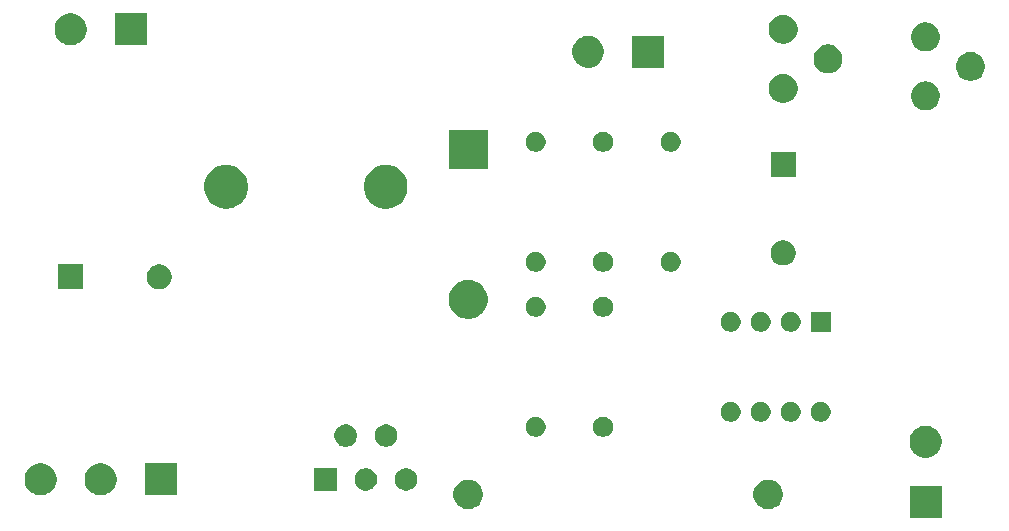
<source format=gbr>
%TF.GenerationSoftware,KiCad,Pcbnew,(5.1.6)-1*%
%TF.CreationDate,2020-10-20T19:44:27+02:00*%
%TF.ProjectId,smps,736d7073-2e6b-4696-9361-645f70636258,rev?*%
%TF.SameCoordinates,PX5734380PY525bfc0*%
%TF.FileFunction,Soldermask,Bot*%
%TF.FilePolarity,Negative*%
%FSLAX46Y46*%
G04 Gerber Fmt 4.6, Leading zero omitted, Abs format (unit mm)*
G04 Created by KiCad (PCBNEW (5.1.6)-1) date 2020-10-20 19:44:27*
%MOMM*%
%LPD*%
G01*
G04 APERTURE LIST*
%ADD10C,0.100000*%
G04 APERTURE END LIST*
D10*
G36*
X81361000Y3729000D02*
G01*
X78659000Y3729000D01*
X78659000Y6431000D01*
X81361000Y6431000D01*
X81361000Y3729000D01*
G37*
G36*
X67039903Y6917925D02*
G01*
X67199213Y6851937D01*
X67267571Y6823622D01*
X67472466Y6686715D01*
X67646715Y6512466D01*
X67783622Y6307571D01*
X67877925Y6079903D01*
X67926000Y5838213D01*
X67926000Y5591787D01*
X67877925Y5350097D01*
X67783622Y5122429D01*
X67646715Y4917534D01*
X67472466Y4743285D01*
X67267571Y4606378D01*
X67267570Y4606377D01*
X67267569Y4606377D01*
X67039903Y4512075D01*
X66798214Y4464000D01*
X66551786Y4464000D01*
X66310097Y4512075D01*
X66082431Y4606377D01*
X66082430Y4606377D01*
X66082429Y4606378D01*
X65877534Y4743285D01*
X65703285Y4917534D01*
X65566378Y5122429D01*
X65472075Y5350097D01*
X65424000Y5591787D01*
X65424000Y5838213D01*
X65472075Y6079903D01*
X65566378Y6307571D01*
X65703285Y6512466D01*
X65877534Y6686715D01*
X66082429Y6823622D01*
X66150788Y6851937D01*
X66310097Y6917925D01*
X66551786Y6966000D01*
X66798214Y6966000D01*
X67039903Y6917925D01*
G37*
G36*
X41639903Y6917925D02*
G01*
X41799213Y6851937D01*
X41867571Y6823622D01*
X42072466Y6686715D01*
X42246715Y6512466D01*
X42383622Y6307571D01*
X42477925Y6079903D01*
X42526000Y5838213D01*
X42526000Y5591787D01*
X42477925Y5350097D01*
X42383622Y5122429D01*
X42246715Y4917534D01*
X42072466Y4743285D01*
X41867571Y4606378D01*
X41867570Y4606377D01*
X41867569Y4606377D01*
X41639903Y4512075D01*
X41398214Y4464000D01*
X41151786Y4464000D01*
X40910097Y4512075D01*
X40682431Y4606377D01*
X40682430Y4606377D01*
X40682429Y4606378D01*
X40477534Y4743285D01*
X40303285Y4917534D01*
X40166378Y5122429D01*
X40072075Y5350097D01*
X40024000Y5591787D01*
X40024000Y5838213D01*
X40072075Y6079903D01*
X40166378Y6307571D01*
X40303285Y6512466D01*
X40477534Y6686715D01*
X40682429Y6823622D01*
X40750788Y6851937D01*
X40910097Y6917925D01*
X41151786Y6966000D01*
X41398214Y6966000D01*
X41639903Y6917925D01*
G37*
G36*
X5474072Y8284082D02*
G01*
X5719939Y8182241D01*
X5831328Y8107813D01*
X5941211Y8034391D01*
X6129391Y7846211D01*
X6141716Y7827765D01*
X6211257Y7723691D01*
X6277242Y7624937D01*
X6379082Y7379072D01*
X6431000Y7118063D01*
X6431000Y6851937D01*
X6402290Y6707604D01*
X6379082Y6590928D01*
X6277241Y6345061D01*
X6202813Y6233672D01*
X6141716Y6142234D01*
X6129390Y6123788D01*
X5941212Y5935610D01*
X5719939Y5787759D01*
X5719938Y5787758D01*
X5719937Y5787758D01*
X5474072Y5685918D01*
X5213063Y5634000D01*
X4946937Y5634000D01*
X4685928Y5685918D01*
X4440063Y5787758D01*
X4440062Y5787758D01*
X4440061Y5787759D01*
X4218788Y5935610D01*
X4030610Y6123788D01*
X4018285Y6142234D01*
X3957187Y6233672D01*
X3882759Y6345061D01*
X3780918Y6590928D01*
X3757710Y6707604D01*
X3729000Y6851937D01*
X3729000Y7118063D01*
X3780918Y7379072D01*
X3882758Y7624937D01*
X3948744Y7723691D01*
X4018284Y7827765D01*
X4030609Y7846211D01*
X4218789Y8034391D01*
X4328672Y8107813D01*
X4440061Y8182241D01*
X4685928Y8284082D01*
X4946937Y8336000D01*
X5213063Y8336000D01*
X5474072Y8284082D01*
G37*
G36*
X16591000Y5634000D02*
G01*
X13889000Y5634000D01*
X13889000Y8336000D01*
X16591000Y8336000D01*
X16591000Y5634000D01*
G37*
G36*
X10554072Y8284082D02*
G01*
X10799939Y8182241D01*
X10911328Y8107813D01*
X11021211Y8034391D01*
X11209391Y7846211D01*
X11221716Y7827765D01*
X11291257Y7723691D01*
X11357242Y7624937D01*
X11459082Y7379072D01*
X11511000Y7118063D01*
X11511000Y6851937D01*
X11482290Y6707604D01*
X11459082Y6590928D01*
X11357241Y6345061D01*
X11282813Y6233672D01*
X11221716Y6142234D01*
X11209390Y6123788D01*
X11021212Y5935610D01*
X10799939Y5787759D01*
X10799938Y5787758D01*
X10799937Y5787758D01*
X10554072Y5685918D01*
X10293063Y5634000D01*
X10026937Y5634000D01*
X9765928Y5685918D01*
X9520063Y5787758D01*
X9520062Y5787758D01*
X9520061Y5787759D01*
X9298788Y5935610D01*
X9110610Y6123788D01*
X9098285Y6142234D01*
X9037187Y6233672D01*
X8962759Y6345061D01*
X8860918Y6590928D01*
X8837710Y6707604D01*
X8809000Y6851937D01*
X8809000Y7118063D01*
X8860918Y7379072D01*
X8962758Y7624937D01*
X9028744Y7723691D01*
X9098284Y7827765D01*
X9110609Y7846211D01*
X9298789Y8034391D01*
X9408672Y8107813D01*
X9520061Y8182241D01*
X9765928Y8284082D01*
X10026937Y8336000D01*
X10293063Y8336000D01*
X10554072Y8284082D01*
G37*
G36*
X30161000Y6034000D02*
G01*
X28259000Y6034000D01*
X28259000Y7936000D01*
X30161000Y7936000D01*
X30161000Y6034000D01*
G37*
G36*
X32887395Y7899454D02*
G01*
X33060466Y7827766D01*
X33060467Y7827765D01*
X33216227Y7723690D01*
X33348690Y7591227D01*
X33348691Y7591225D01*
X33452766Y7435466D01*
X33524454Y7262395D01*
X33561000Y7078667D01*
X33561000Y6891333D01*
X33524454Y6707605D01*
X33452766Y6534534D01*
X33438019Y6512464D01*
X33348690Y6378773D01*
X33216227Y6246310D01*
X33137818Y6193919D01*
X33060466Y6142234D01*
X32887395Y6070546D01*
X32703667Y6034000D01*
X32516333Y6034000D01*
X32332605Y6070546D01*
X32159534Y6142234D01*
X32082182Y6193919D01*
X32003773Y6246310D01*
X31871310Y6378773D01*
X31781981Y6512464D01*
X31767234Y6534534D01*
X31695546Y6707605D01*
X31659000Y6891333D01*
X31659000Y7078667D01*
X31695546Y7262395D01*
X31767234Y7435466D01*
X31871309Y7591225D01*
X31871310Y7591227D01*
X32003773Y7723690D01*
X32159533Y7827765D01*
X32159534Y7827766D01*
X32332605Y7899454D01*
X32516333Y7936000D01*
X32703667Y7936000D01*
X32887395Y7899454D01*
G37*
G36*
X36287395Y7899454D02*
G01*
X36460466Y7827766D01*
X36460467Y7827765D01*
X36616227Y7723690D01*
X36748690Y7591227D01*
X36748691Y7591225D01*
X36852766Y7435466D01*
X36924454Y7262395D01*
X36961000Y7078667D01*
X36961000Y6891333D01*
X36924454Y6707605D01*
X36852766Y6534534D01*
X36838019Y6512464D01*
X36748690Y6378773D01*
X36616227Y6246310D01*
X36537818Y6193919D01*
X36460466Y6142234D01*
X36287395Y6070546D01*
X36103667Y6034000D01*
X35916333Y6034000D01*
X35732605Y6070546D01*
X35559534Y6142234D01*
X35482182Y6193919D01*
X35403773Y6246310D01*
X35271310Y6378773D01*
X35181981Y6512464D01*
X35167234Y6534534D01*
X35095546Y6707605D01*
X35059000Y6891333D01*
X35059000Y7078667D01*
X35095546Y7262395D01*
X35167234Y7435466D01*
X35271309Y7591225D01*
X35271310Y7591227D01*
X35403773Y7723690D01*
X35559533Y7827765D01*
X35559534Y7827766D01*
X35732605Y7899454D01*
X35916333Y7936000D01*
X36103667Y7936000D01*
X36287395Y7899454D01*
G37*
G36*
X80404072Y11459082D02*
G01*
X80649939Y11357241D01*
X80871212Y11209390D01*
X81059390Y11021212D01*
X81207241Y10799939D01*
X81309082Y10554072D01*
X81361000Y10293062D01*
X81361000Y10026938D01*
X81309082Y9765928D01*
X81207241Y9520061D01*
X81059390Y9298788D01*
X80871212Y9110610D01*
X80649939Y8962759D01*
X80649938Y8962758D01*
X80649937Y8962758D01*
X80404072Y8860918D01*
X80143063Y8809000D01*
X79876937Y8809000D01*
X79615928Y8860918D01*
X79370063Y8962758D01*
X79370062Y8962758D01*
X79370061Y8962759D01*
X79148788Y9110610D01*
X78960610Y9298788D01*
X78812759Y9520061D01*
X78710918Y9765928D01*
X78659000Y10026938D01*
X78659000Y10293062D01*
X78710918Y10554072D01*
X78812759Y10799939D01*
X78960610Y11021212D01*
X79148788Y11209390D01*
X79370061Y11357241D01*
X79615928Y11459082D01*
X79876937Y11511000D01*
X80143063Y11511000D01*
X80404072Y11459082D01*
G37*
G36*
X31187395Y11599454D02*
G01*
X31360466Y11527766D01*
X31381345Y11513815D01*
X31516227Y11423690D01*
X31648690Y11291227D01*
X31648691Y11291225D01*
X31752766Y11135466D01*
X31824454Y10962395D01*
X31861000Y10778667D01*
X31861000Y10591333D01*
X31824454Y10407605D01*
X31752766Y10234534D01*
X31752765Y10234533D01*
X31648690Y10078773D01*
X31516227Y9946310D01*
X31437818Y9893919D01*
X31360466Y9842234D01*
X31187395Y9770546D01*
X31003667Y9734000D01*
X30816333Y9734000D01*
X30632605Y9770546D01*
X30459534Y9842234D01*
X30382182Y9893919D01*
X30303773Y9946310D01*
X30171310Y10078773D01*
X30067235Y10234533D01*
X30067234Y10234534D01*
X29995546Y10407605D01*
X29959000Y10591333D01*
X29959000Y10778667D01*
X29995546Y10962395D01*
X30067234Y11135466D01*
X30171309Y11291225D01*
X30171310Y11291227D01*
X30303773Y11423690D01*
X30438655Y11513815D01*
X30459534Y11527766D01*
X30632605Y11599454D01*
X30816333Y11636000D01*
X31003667Y11636000D01*
X31187395Y11599454D01*
G37*
G36*
X34587395Y11599454D02*
G01*
X34760466Y11527766D01*
X34781345Y11513815D01*
X34916227Y11423690D01*
X35048690Y11291227D01*
X35048691Y11291225D01*
X35152766Y11135466D01*
X35224454Y10962395D01*
X35261000Y10778667D01*
X35261000Y10591333D01*
X35224454Y10407605D01*
X35152766Y10234534D01*
X35152765Y10234533D01*
X35048690Y10078773D01*
X34916227Y9946310D01*
X34837818Y9893919D01*
X34760466Y9842234D01*
X34587395Y9770546D01*
X34403667Y9734000D01*
X34216333Y9734000D01*
X34032605Y9770546D01*
X33859534Y9842234D01*
X33782182Y9893919D01*
X33703773Y9946310D01*
X33571310Y10078773D01*
X33467235Y10234533D01*
X33467234Y10234534D01*
X33395546Y10407605D01*
X33359000Y10591333D01*
X33359000Y10778667D01*
X33395546Y10962395D01*
X33467234Y11135466D01*
X33571309Y11291225D01*
X33571310Y11291227D01*
X33703773Y11423690D01*
X33838655Y11513815D01*
X33859534Y11527766D01*
X34032605Y11599454D01*
X34216333Y11636000D01*
X34403667Y11636000D01*
X34587395Y11599454D01*
G37*
G36*
X52953228Y12248297D02*
G01*
X53108100Y12184147D01*
X53247481Y12091015D01*
X53366015Y11972481D01*
X53459147Y11833100D01*
X53523297Y11678228D01*
X53556000Y11513816D01*
X53556000Y11346184D01*
X53523297Y11181772D01*
X53459147Y11026900D01*
X53366015Y10887519D01*
X53247481Y10768985D01*
X53108100Y10675853D01*
X52953228Y10611703D01*
X52788816Y10579000D01*
X52621184Y10579000D01*
X52456772Y10611703D01*
X52301900Y10675853D01*
X52162519Y10768985D01*
X52043985Y10887519D01*
X51950853Y11026900D01*
X51886703Y11181772D01*
X51854000Y11346184D01*
X51854000Y11513816D01*
X51886703Y11678228D01*
X51950853Y11833100D01*
X52043985Y11972481D01*
X52162519Y12091015D01*
X52301900Y12184147D01*
X52456772Y12248297D01*
X52621184Y12281000D01*
X52788816Y12281000D01*
X52953228Y12248297D01*
G37*
G36*
X47238228Y12248297D02*
G01*
X47393100Y12184147D01*
X47532481Y12091015D01*
X47651015Y11972481D01*
X47744147Y11833100D01*
X47808297Y11678228D01*
X47841000Y11513816D01*
X47841000Y11346184D01*
X47808297Y11181772D01*
X47744147Y11026900D01*
X47651015Y10887519D01*
X47532481Y10768985D01*
X47393100Y10675853D01*
X47238228Y10611703D01*
X47073816Y10579000D01*
X46906184Y10579000D01*
X46741772Y10611703D01*
X46586900Y10675853D01*
X46447519Y10768985D01*
X46328985Y10887519D01*
X46235853Y11026900D01*
X46171703Y11181772D01*
X46139000Y11346184D01*
X46139000Y11513816D01*
X46171703Y11678228D01*
X46235853Y11833100D01*
X46328985Y11972481D01*
X46447519Y12091015D01*
X46586900Y12184147D01*
X46741772Y12248297D01*
X46906184Y12281000D01*
X47073816Y12281000D01*
X47238228Y12248297D01*
G37*
G36*
X66288228Y13518297D02*
G01*
X66443100Y13454147D01*
X66582481Y13361015D01*
X66701015Y13242481D01*
X66794147Y13103100D01*
X66858297Y12948228D01*
X66891000Y12783816D01*
X66891000Y12616184D01*
X66858297Y12451772D01*
X66794147Y12296900D01*
X66701015Y12157519D01*
X66582481Y12038985D01*
X66443100Y11945853D01*
X66288228Y11881703D01*
X66123816Y11849000D01*
X65956184Y11849000D01*
X65791772Y11881703D01*
X65636900Y11945853D01*
X65497519Y12038985D01*
X65378985Y12157519D01*
X65285853Y12296900D01*
X65221703Y12451772D01*
X65189000Y12616184D01*
X65189000Y12783816D01*
X65221703Y12948228D01*
X65285853Y13103100D01*
X65378985Y13242481D01*
X65497519Y13361015D01*
X65636900Y13454147D01*
X65791772Y13518297D01*
X65956184Y13551000D01*
X66123816Y13551000D01*
X66288228Y13518297D01*
G37*
G36*
X71368228Y13518297D02*
G01*
X71523100Y13454147D01*
X71662481Y13361015D01*
X71781015Y13242481D01*
X71874147Y13103100D01*
X71938297Y12948228D01*
X71971000Y12783816D01*
X71971000Y12616184D01*
X71938297Y12451772D01*
X71874147Y12296900D01*
X71781015Y12157519D01*
X71662481Y12038985D01*
X71523100Y11945853D01*
X71368228Y11881703D01*
X71203816Y11849000D01*
X71036184Y11849000D01*
X70871772Y11881703D01*
X70716900Y11945853D01*
X70577519Y12038985D01*
X70458985Y12157519D01*
X70365853Y12296900D01*
X70301703Y12451772D01*
X70269000Y12616184D01*
X70269000Y12783816D01*
X70301703Y12948228D01*
X70365853Y13103100D01*
X70458985Y13242481D01*
X70577519Y13361015D01*
X70716900Y13454147D01*
X70871772Y13518297D01*
X71036184Y13551000D01*
X71203816Y13551000D01*
X71368228Y13518297D01*
G37*
G36*
X68828228Y13518297D02*
G01*
X68983100Y13454147D01*
X69122481Y13361015D01*
X69241015Y13242481D01*
X69334147Y13103100D01*
X69398297Y12948228D01*
X69431000Y12783816D01*
X69431000Y12616184D01*
X69398297Y12451772D01*
X69334147Y12296900D01*
X69241015Y12157519D01*
X69122481Y12038985D01*
X68983100Y11945853D01*
X68828228Y11881703D01*
X68663816Y11849000D01*
X68496184Y11849000D01*
X68331772Y11881703D01*
X68176900Y11945853D01*
X68037519Y12038985D01*
X67918985Y12157519D01*
X67825853Y12296900D01*
X67761703Y12451772D01*
X67729000Y12616184D01*
X67729000Y12783816D01*
X67761703Y12948228D01*
X67825853Y13103100D01*
X67918985Y13242481D01*
X68037519Y13361015D01*
X68176900Y13454147D01*
X68331772Y13518297D01*
X68496184Y13551000D01*
X68663816Y13551000D01*
X68828228Y13518297D01*
G37*
G36*
X63748228Y13518297D02*
G01*
X63903100Y13454147D01*
X64042481Y13361015D01*
X64161015Y13242481D01*
X64254147Y13103100D01*
X64318297Y12948228D01*
X64351000Y12783816D01*
X64351000Y12616184D01*
X64318297Y12451772D01*
X64254147Y12296900D01*
X64161015Y12157519D01*
X64042481Y12038985D01*
X63903100Y11945853D01*
X63748228Y11881703D01*
X63583816Y11849000D01*
X63416184Y11849000D01*
X63251772Y11881703D01*
X63096900Y11945853D01*
X62957519Y12038985D01*
X62838985Y12157519D01*
X62745853Y12296900D01*
X62681703Y12451772D01*
X62649000Y12616184D01*
X62649000Y12783816D01*
X62681703Y12948228D01*
X62745853Y13103100D01*
X62838985Y13242481D01*
X62957519Y13361015D01*
X63096900Y13454147D01*
X63251772Y13518297D01*
X63416184Y13551000D01*
X63583816Y13551000D01*
X63748228Y13518297D01*
G37*
G36*
X63748228Y21138297D02*
G01*
X63903100Y21074147D01*
X64042481Y20981015D01*
X64161015Y20862481D01*
X64254147Y20723100D01*
X64318297Y20568228D01*
X64351000Y20403816D01*
X64351000Y20236184D01*
X64318297Y20071772D01*
X64254147Y19916900D01*
X64161015Y19777519D01*
X64042481Y19658985D01*
X63903100Y19565853D01*
X63748228Y19501703D01*
X63583816Y19469000D01*
X63416184Y19469000D01*
X63251772Y19501703D01*
X63096900Y19565853D01*
X62957519Y19658985D01*
X62838985Y19777519D01*
X62745853Y19916900D01*
X62681703Y20071772D01*
X62649000Y20236184D01*
X62649000Y20403816D01*
X62681703Y20568228D01*
X62745853Y20723100D01*
X62838985Y20862481D01*
X62957519Y20981015D01*
X63096900Y21074147D01*
X63251772Y21138297D01*
X63416184Y21171000D01*
X63583816Y21171000D01*
X63748228Y21138297D01*
G37*
G36*
X66288228Y21138297D02*
G01*
X66443100Y21074147D01*
X66582481Y20981015D01*
X66701015Y20862481D01*
X66794147Y20723100D01*
X66858297Y20568228D01*
X66891000Y20403816D01*
X66891000Y20236184D01*
X66858297Y20071772D01*
X66794147Y19916900D01*
X66701015Y19777519D01*
X66582481Y19658985D01*
X66443100Y19565853D01*
X66288228Y19501703D01*
X66123816Y19469000D01*
X65956184Y19469000D01*
X65791772Y19501703D01*
X65636900Y19565853D01*
X65497519Y19658985D01*
X65378985Y19777519D01*
X65285853Y19916900D01*
X65221703Y20071772D01*
X65189000Y20236184D01*
X65189000Y20403816D01*
X65221703Y20568228D01*
X65285853Y20723100D01*
X65378985Y20862481D01*
X65497519Y20981015D01*
X65636900Y21074147D01*
X65791772Y21138297D01*
X65956184Y21171000D01*
X66123816Y21171000D01*
X66288228Y21138297D01*
G37*
G36*
X68828228Y21138297D02*
G01*
X68983100Y21074147D01*
X69122481Y20981015D01*
X69241015Y20862481D01*
X69334147Y20723100D01*
X69398297Y20568228D01*
X69431000Y20403816D01*
X69431000Y20236184D01*
X69398297Y20071772D01*
X69334147Y19916900D01*
X69241015Y19777519D01*
X69122481Y19658985D01*
X68983100Y19565853D01*
X68828228Y19501703D01*
X68663816Y19469000D01*
X68496184Y19469000D01*
X68331772Y19501703D01*
X68176900Y19565853D01*
X68037519Y19658985D01*
X67918985Y19777519D01*
X67825853Y19916900D01*
X67761703Y20071772D01*
X67729000Y20236184D01*
X67729000Y20403816D01*
X67761703Y20568228D01*
X67825853Y20723100D01*
X67918985Y20862481D01*
X68037519Y20981015D01*
X68176900Y21074147D01*
X68331772Y21138297D01*
X68496184Y21171000D01*
X68663816Y21171000D01*
X68828228Y21138297D01*
G37*
G36*
X71971000Y19469000D02*
G01*
X70269000Y19469000D01*
X70269000Y21171000D01*
X71971000Y21171000D01*
X71971000Y19469000D01*
G37*
G36*
X41650256Y23833702D02*
G01*
X41756579Y23812553D01*
X42057042Y23688097D01*
X42327451Y23507415D01*
X42557415Y23277451D01*
X42663028Y23119390D01*
X42738098Y23007040D01*
X42862553Y22706578D01*
X42921886Y22408295D01*
X42926000Y22387609D01*
X42926000Y22062391D01*
X42862553Y21743421D01*
X42738097Y21442958D01*
X42557415Y21172549D01*
X42327451Y20942585D01*
X42057042Y20761903D01*
X41756579Y20637447D01*
X41650256Y20616298D01*
X41437611Y20574000D01*
X41112389Y20574000D01*
X40899744Y20616298D01*
X40793421Y20637447D01*
X40492958Y20761903D01*
X40222549Y20942585D01*
X39992585Y21172549D01*
X39811903Y21442958D01*
X39687447Y21743421D01*
X39624000Y22062391D01*
X39624000Y22387609D01*
X39628115Y22408295D01*
X39687447Y22706578D01*
X39811902Y23007040D01*
X39886972Y23119390D01*
X39992585Y23277451D01*
X40222549Y23507415D01*
X40492958Y23688097D01*
X40793421Y23812553D01*
X40899744Y23833702D01*
X41112389Y23876000D01*
X41437611Y23876000D01*
X41650256Y23833702D01*
G37*
G36*
X47238228Y22408297D02*
G01*
X47393100Y22344147D01*
X47532481Y22251015D01*
X47651015Y22132481D01*
X47744147Y21993100D01*
X47808297Y21838228D01*
X47841000Y21673816D01*
X47841000Y21506184D01*
X47808297Y21341772D01*
X47744147Y21186900D01*
X47651015Y21047519D01*
X47532481Y20928985D01*
X47393100Y20835853D01*
X47238228Y20771703D01*
X47073816Y20739000D01*
X46906184Y20739000D01*
X46741772Y20771703D01*
X46586900Y20835853D01*
X46447519Y20928985D01*
X46328985Y21047519D01*
X46235853Y21186900D01*
X46171703Y21341772D01*
X46139000Y21506184D01*
X46139000Y21673816D01*
X46171703Y21838228D01*
X46235853Y21993100D01*
X46328985Y22132481D01*
X46447519Y22251015D01*
X46586900Y22344147D01*
X46741772Y22408297D01*
X46906184Y22441000D01*
X47073816Y22441000D01*
X47238228Y22408297D01*
G37*
G36*
X52953228Y22408297D02*
G01*
X53108100Y22344147D01*
X53247481Y22251015D01*
X53366015Y22132481D01*
X53459147Y21993100D01*
X53523297Y21838228D01*
X53556000Y21673816D01*
X53556000Y21506184D01*
X53523297Y21341772D01*
X53459147Y21186900D01*
X53366015Y21047519D01*
X53247481Y20928985D01*
X53108100Y20835853D01*
X52953228Y20771703D01*
X52788816Y20739000D01*
X52621184Y20739000D01*
X52456772Y20771703D01*
X52301900Y20835853D01*
X52162519Y20928985D01*
X52043985Y21047519D01*
X51950853Y21186900D01*
X51886703Y21341772D01*
X51854000Y21506184D01*
X51854000Y21673816D01*
X51886703Y21838228D01*
X51950853Y21993100D01*
X52043985Y22132481D01*
X52162519Y22251015D01*
X52301900Y22344147D01*
X52456772Y22408297D01*
X52621184Y22441000D01*
X52788816Y22441000D01*
X52953228Y22408297D01*
G37*
G36*
X8671000Y23079000D02*
G01*
X6569000Y23079000D01*
X6569000Y25181000D01*
X8671000Y25181000D01*
X8671000Y23079000D01*
G37*
G36*
X15426564Y25140611D02*
G01*
X15617833Y25061385D01*
X15617835Y25061384D01*
X15789973Y24946365D01*
X15936365Y24799973D01*
X16039345Y24645853D01*
X16051385Y24627833D01*
X16130611Y24436564D01*
X16171000Y24233516D01*
X16171000Y24026484D01*
X16130611Y23823436D01*
X16126103Y23812553D01*
X16051384Y23632165D01*
X15936365Y23460027D01*
X15789973Y23313635D01*
X15617835Y23198616D01*
X15617834Y23198615D01*
X15617833Y23198615D01*
X15426564Y23119389D01*
X15223516Y23079000D01*
X15016484Y23079000D01*
X14813436Y23119389D01*
X14622167Y23198615D01*
X14622166Y23198615D01*
X14622165Y23198616D01*
X14450027Y23313635D01*
X14303635Y23460027D01*
X14188616Y23632165D01*
X14113897Y23812553D01*
X14109389Y23823436D01*
X14069000Y24026484D01*
X14069000Y24233516D01*
X14109389Y24436564D01*
X14188615Y24627833D01*
X14200656Y24645853D01*
X14303635Y24799973D01*
X14450027Y24946365D01*
X14622165Y25061384D01*
X14622167Y25061385D01*
X14813436Y25140611D01*
X15016484Y25181000D01*
X15223516Y25181000D01*
X15426564Y25140611D01*
G37*
G36*
X52953228Y26218297D02*
G01*
X53108100Y26154147D01*
X53247481Y26061015D01*
X53366015Y25942481D01*
X53459147Y25803100D01*
X53523297Y25648228D01*
X53556000Y25483816D01*
X53556000Y25316184D01*
X53523297Y25151772D01*
X53459147Y24996900D01*
X53366015Y24857519D01*
X53247481Y24738985D01*
X53108100Y24645853D01*
X52953228Y24581703D01*
X52788816Y24549000D01*
X52621184Y24549000D01*
X52456772Y24581703D01*
X52301900Y24645853D01*
X52162519Y24738985D01*
X52043985Y24857519D01*
X51950853Y24996900D01*
X51886703Y25151772D01*
X51854000Y25316184D01*
X51854000Y25483816D01*
X51886703Y25648228D01*
X51950853Y25803100D01*
X52043985Y25942481D01*
X52162519Y26061015D01*
X52301900Y26154147D01*
X52456772Y26218297D01*
X52621184Y26251000D01*
X52788816Y26251000D01*
X52953228Y26218297D01*
G37*
G36*
X58668228Y26218297D02*
G01*
X58823100Y26154147D01*
X58962481Y26061015D01*
X59081015Y25942481D01*
X59174147Y25803100D01*
X59238297Y25648228D01*
X59271000Y25483816D01*
X59271000Y25316184D01*
X59238297Y25151772D01*
X59174147Y24996900D01*
X59081015Y24857519D01*
X58962481Y24738985D01*
X58823100Y24645853D01*
X58668228Y24581703D01*
X58503816Y24549000D01*
X58336184Y24549000D01*
X58171772Y24581703D01*
X58016900Y24645853D01*
X57877519Y24738985D01*
X57758985Y24857519D01*
X57665853Y24996900D01*
X57601703Y25151772D01*
X57569000Y25316184D01*
X57569000Y25483816D01*
X57601703Y25648228D01*
X57665853Y25803100D01*
X57758985Y25942481D01*
X57877519Y26061015D01*
X58016900Y26154147D01*
X58171772Y26218297D01*
X58336184Y26251000D01*
X58503816Y26251000D01*
X58668228Y26218297D01*
G37*
G36*
X47238228Y26218297D02*
G01*
X47393100Y26154147D01*
X47532481Y26061015D01*
X47651015Y25942481D01*
X47744147Y25803100D01*
X47808297Y25648228D01*
X47841000Y25483816D01*
X47841000Y25316184D01*
X47808297Y25151772D01*
X47744147Y24996900D01*
X47651015Y24857519D01*
X47532481Y24738985D01*
X47393100Y24645853D01*
X47238228Y24581703D01*
X47073816Y24549000D01*
X46906184Y24549000D01*
X46741772Y24581703D01*
X46586900Y24645853D01*
X46447519Y24738985D01*
X46328985Y24857519D01*
X46235853Y24996900D01*
X46171703Y25151772D01*
X46139000Y25316184D01*
X46139000Y25483816D01*
X46171703Y25648228D01*
X46235853Y25803100D01*
X46328985Y25942481D01*
X46447519Y26061015D01*
X46586900Y26154147D01*
X46741772Y26218297D01*
X46906184Y26251000D01*
X47073816Y26251000D01*
X47238228Y26218297D01*
G37*
G36*
X68251564Y27165611D02*
G01*
X68442833Y27086385D01*
X68442835Y27086384D01*
X68614973Y26971365D01*
X68761365Y26824973D01*
X68876385Y26652833D01*
X68955611Y26461564D01*
X68996000Y26258516D01*
X68996000Y26051484D01*
X68955611Y25848436D01*
X68936832Y25803100D01*
X68876384Y25657165D01*
X68761365Y25485027D01*
X68614973Y25338635D01*
X68442835Y25223616D01*
X68442834Y25223615D01*
X68442833Y25223615D01*
X68251564Y25144389D01*
X68048516Y25104000D01*
X67841484Y25104000D01*
X67638436Y25144389D01*
X67447167Y25223615D01*
X67447166Y25223615D01*
X67447165Y25223616D01*
X67275027Y25338635D01*
X67128635Y25485027D01*
X67013616Y25657165D01*
X66953168Y25803100D01*
X66934389Y25848436D01*
X66894000Y26051484D01*
X66894000Y26258516D01*
X66934389Y26461564D01*
X67013615Y26652833D01*
X67128635Y26824973D01*
X67275027Y26971365D01*
X67447165Y27086384D01*
X67447167Y27086385D01*
X67638436Y27165611D01*
X67841484Y27206000D01*
X68048516Y27206000D01*
X68251564Y27165611D01*
G37*
G36*
X34651112Y33565434D02*
G01*
X34829917Y33529867D01*
X34969448Y33472071D01*
X35166776Y33390336D01*
X35469943Y33187766D01*
X35727766Y32929943D01*
X35930336Y32626776D01*
X36069867Y32289916D01*
X36141000Y31932309D01*
X36141000Y31567691D01*
X36069867Y31210084D01*
X35930336Y30873224D01*
X35727766Y30570057D01*
X35469943Y30312234D01*
X35166776Y30109664D01*
X34969448Y30027929D01*
X34829917Y29970133D01*
X34651113Y29934567D01*
X34472309Y29899000D01*
X34107691Y29899000D01*
X33928887Y29934567D01*
X33750083Y29970133D01*
X33610552Y30027929D01*
X33413224Y30109664D01*
X33110057Y30312234D01*
X32852234Y30570057D01*
X32649664Y30873224D01*
X32510133Y31210084D01*
X32439000Y31567691D01*
X32439000Y31932309D01*
X32510133Y32289916D01*
X32649664Y32626776D01*
X32852234Y32929943D01*
X33110057Y33187766D01*
X33413224Y33390336D01*
X33610552Y33472071D01*
X33750083Y33529867D01*
X33928888Y33565434D01*
X34107691Y33601000D01*
X34472309Y33601000D01*
X34651112Y33565434D01*
G37*
G36*
X21151112Y33565434D02*
G01*
X21329917Y33529867D01*
X21469448Y33472071D01*
X21666776Y33390336D01*
X21969943Y33187766D01*
X22227766Y32929943D01*
X22430336Y32626776D01*
X22569867Y32289916D01*
X22641000Y31932309D01*
X22641000Y31567691D01*
X22569867Y31210084D01*
X22430336Y30873224D01*
X22227766Y30570057D01*
X21969943Y30312234D01*
X21666776Y30109664D01*
X21469448Y30027929D01*
X21329917Y29970133D01*
X21151113Y29934567D01*
X20972309Y29899000D01*
X20607691Y29899000D01*
X20428887Y29934567D01*
X20250083Y29970133D01*
X20110552Y30027929D01*
X19913224Y30109664D01*
X19610057Y30312234D01*
X19352234Y30570057D01*
X19149664Y30873224D01*
X19010133Y31210084D01*
X18939000Y31567691D01*
X18939000Y31932309D01*
X19010133Y32289916D01*
X19149664Y32626776D01*
X19352234Y32929943D01*
X19610057Y33187766D01*
X19913224Y33390336D01*
X20110552Y33472071D01*
X20250083Y33529867D01*
X20428888Y33565434D01*
X20607691Y33601000D01*
X20972309Y33601000D01*
X21151112Y33565434D01*
G37*
G36*
X68996000Y32604000D02*
G01*
X66894000Y32604000D01*
X66894000Y34706000D01*
X68996000Y34706000D01*
X68996000Y32604000D01*
G37*
G36*
X42926000Y33274000D02*
G01*
X39624000Y33274000D01*
X39624000Y36576000D01*
X42926000Y36576000D01*
X42926000Y33274000D01*
G37*
G36*
X47238228Y36378297D02*
G01*
X47393100Y36314147D01*
X47532481Y36221015D01*
X47651015Y36102481D01*
X47744147Y35963100D01*
X47808297Y35808228D01*
X47841000Y35643816D01*
X47841000Y35476184D01*
X47808297Y35311772D01*
X47744147Y35156900D01*
X47651015Y35017519D01*
X47532481Y34898985D01*
X47393100Y34805853D01*
X47238228Y34741703D01*
X47073816Y34709000D01*
X46906184Y34709000D01*
X46741772Y34741703D01*
X46586900Y34805853D01*
X46447519Y34898985D01*
X46328985Y35017519D01*
X46235853Y35156900D01*
X46171703Y35311772D01*
X46139000Y35476184D01*
X46139000Y35643816D01*
X46171703Y35808228D01*
X46235853Y35963100D01*
X46328985Y36102481D01*
X46447519Y36221015D01*
X46586900Y36314147D01*
X46741772Y36378297D01*
X46906184Y36411000D01*
X47073816Y36411000D01*
X47238228Y36378297D01*
G37*
G36*
X52953228Y36378297D02*
G01*
X53108100Y36314147D01*
X53247481Y36221015D01*
X53366015Y36102481D01*
X53459147Y35963100D01*
X53523297Y35808228D01*
X53556000Y35643816D01*
X53556000Y35476184D01*
X53523297Y35311772D01*
X53459147Y35156900D01*
X53366015Y35017519D01*
X53247481Y34898985D01*
X53108100Y34805853D01*
X52953228Y34741703D01*
X52788816Y34709000D01*
X52621184Y34709000D01*
X52456772Y34741703D01*
X52301900Y34805853D01*
X52162519Y34898985D01*
X52043985Y35017519D01*
X51950853Y35156900D01*
X51886703Y35311772D01*
X51854000Y35476184D01*
X51854000Y35643816D01*
X51886703Y35808228D01*
X51950853Y35963100D01*
X52043985Y36102481D01*
X52162519Y36221015D01*
X52301900Y36314147D01*
X52456772Y36378297D01*
X52621184Y36411000D01*
X52788816Y36411000D01*
X52953228Y36378297D01*
G37*
G36*
X58668228Y36378297D02*
G01*
X58823100Y36314147D01*
X58962481Y36221015D01*
X59081015Y36102481D01*
X59174147Y35963100D01*
X59238297Y35808228D01*
X59271000Y35643816D01*
X59271000Y35476184D01*
X59238297Y35311772D01*
X59174147Y35156900D01*
X59081015Y35017519D01*
X58962481Y34898985D01*
X58823100Y34805853D01*
X58668228Y34741703D01*
X58503816Y34709000D01*
X58336184Y34709000D01*
X58171772Y34741703D01*
X58016900Y34805853D01*
X57877519Y34898985D01*
X57758985Y35017519D01*
X57665853Y35156900D01*
X57601703Y35311772D01*
X57569000Y35476184D01*
X57569000Y35643816D01*
X57601703Y35808228D01*
X57665853Y35963100D01*
X57758985Y36102481D01*
X57877519Y36221015D01*
X58016900Y36314147D01*
X58171772Y36378297D01*
X58336184Y36411000D01*
X58503816Y36411000D01*
X58668228Y36378297D01*
G37*
G36*
X80248205Y40647539D02*
G01*
X80366153Y40624078D01*
X80458194Y40585953D01*
X80588359Y40532037D01*
X80788342Y40398413D01*
X80958413Y40228342D01*
X81092037Y40028359D01*
X81184078Y39806152D01*
X81231000Y39570259D01*
X81231000Y39329741D01*
X81184078Y39093848D01*
X81092037Y38871641D01*
X80958413Y38671658D01*
X80788342Y38501587D01*
X80588359Y38367963D01*
X80458194Y38314047D01*
X80366153Y38275922D01*
X80248205Y38252461D01*
X80130259Y38229000D01*
X79889741Y38229000D01*
X79771795Y38252461D01*
X79653847Y38275922D01*
X79561806Y38314047D01*
X79431641Y38367963D01*
X79231658Y38501587D01*
X79061587Y38671658D01*
X78927963Y38871641D01*
X78835922Y39093848D01*
X78789000Y39329741D01*
X78789000Y39570259D01*
X78835922Y39806152D01*
X78927963Y40028359D01*
X79061587Y40228342D01*
X79231658Y40398413D01*
X79431641Y40532037D01*
X79561806Y40585953D01*
X79653847Y40624078D01*
X79771795Y40647539D01*
X79889741Y40671000D01*
X80130259Y40671000D01*
X80248205Y40647539D01*
G37*
G36*
X68301153Y41259078D02*
G01*
X68393194Y41220953D01*
X68523359Y41167037D01*
X68723342Y41033413D01*
X68893413Y40863342D01*
X69027037Y40663359D01*
X69119078Y40441152D01*
X69166000Y40205259D01*
X69166000Y39964741D01*
X69119078Y39728848D01*
X69027037Y39506641D01*
X68893413Y39306658D01*
X68723342Y39136587D01*
X68523359Y39002963D01*
X68393194Y38949047D01*
X68301153Y38910922D01*
X68065259Y38864000D01*
X67824741Y38864000D01*
X67588847Y38910922D01*
X67496806Y38949047D01*
X67366641Y39002963D01*
X67166658Y39136587D01*
X66996587Y39306658D01*
X66862963Y39506641D01*
X66770922Y39728848D01*
X66724000Y39964741D01*
X66724000Y40205259D01*
X66770922Y40441152D01*
X66862963Y40663359D01*
X66996587Y40863342D01*
X67166658Y41033413D01*
X67366641Y41167037D01*
X67496806Y41220953D01*
X67588847Y41259078D01*
X67706795Y41282539D01*
X67824741Y41306000D01*
X68065259Y41306000D01*
X68301153Y41259078D01*
G37*
G36*
X84166153Y43124078D02*
G01*
X84258194Y43085953D01*
X84388359Y43032037D01*
X84588342Y42898413D01*
X84758413Y42728342D01*
X84892037Y42528359D01*
X84984078Y42306152D01*
X85031000Y42070259D01*
X85031000Y41829741D01*
X84984078Y41593848D01*
X84892037Y41371641D01*
X84758413Y41171658D01*
X84588342Y41001587D01*
X84388359Y40867963D01*
X84258194Y40814047D01*
X84166153Y40775922D01*
X84048205Y40752461D01*
X83930259Y40729000D01*
X83689741Y40729000D01*
X83571795Y40752461D01*
X83453847Y40775922D01*
X83361806Y40814047D01*
X83231641Y40867963D01*
X83031658Y41001587D01*
X82861587Y41171658D01*
X82727963Y41371641D01*
X82635922Y41593848D01*
X82589000Y41829741D01*
X82589000Y42070259D01*
X82635922Y42306152D01*
X82727963Y42528359D01*
X82861587Y42728342D01*
X83031658Y42898413D01*
X83231641Y43032037D01*
X83361806Y43085953D01*
X83453847Y43124078D01*
X83689741Y43171000D01*
X83930259Y43171000D01*
X84166153Y43124078D01*
G37*
G36*
X71966218Y43785918D02*
G01*
X72101153Y43759078D01*
X72161696Y43734000D01*
X72323359Y43667037D01*
X72523342Y43533413D01*
X72693413Y43363342D01*
X72827037Y43163359D01*
X72919078Y42941152D01*
X72966000Y42705259D01*
X72966000Y42464741D01*
X72919078Y42228848D01*
X72827037Y42006641D01*
X72693413Y41806658D01*
X72523342Y41636587D01*
X72323359Y41502963D01*
X72193194Y41449047D01*
X72101153Y41410922D01*
X71865259Y41364000D01*
X71624741Y41364000D01*
X71388847Y41410922D01*
X71296806Y41449047D01*
X71166641Y41502963D01*
X70966658Y41636587D01*
X70796587Y41806658D01*
X70662963Y42006641D01*
X70570922Y42228848D01*
X70524000Y42464741D01*
X70524000Y42705259D01*
X70570922Y42941152D01*
X70662963Y43163359D01*
X70796587Y43363342D01*
X70966658Y43533413D01*
X71166641Y43667037D01*
X71328304Y43734000D01*
X71388847Y43759078D01*
X71523782Y43785918D01*
X71624741Y43806000D01*
X71865259Y43806000D01*
X71966218Y43785918D01*
G37*
G36*
X51829072Y44479082D02*
G01*
X51911202Y44445063D01*
X52074939Y44377241D01*
X52146026Y44329742D01*
X52296211Y44229391D01*
X52484391Y44041211D01*
X52557813Y43931328D01*
X52632241Y43819939D01*
X52734082Y43574072D01*
X52786000Y43313062D01*
X52786000Y43046938D01*
X52734082Y42785928D01*
X52632241Y42540061D01*
X52484390Y42318788D01*
X52296212Y42130610D01*
X52074939Y41982759D01*
X52074938Y41982758D01*
X52074937Y41982758D01*
X51829072Y41880918D01*
X51568063Y41829000D01*
X51301937Y41829000D01*
X51040928Y41880918D01*
X50795063Y41982758D01*
X50795062Y41982758D01*
X50795061Y41982759D01*
X50573788Y42130610D01*
X50385610Y42318788D01*
X50237759Y42540061D01*
X50135918Y42785928D01*
X50084000Y43046938D01*
X50084000Y43313062D01*
X50135918Y43574072D01*
X50237759Y43819939D01*
X50312187Y43931328D01*
X50385609Y44041211D01*
X50573789Y44229391D01*
X50723974Y44329742D01*
X50795061Y44377241D01*
X50958799Y44445063D01*
X51040928Y44479082D01*
X51301937Y44531000D01*
X51568063Y44531000D01*
X51829072Y44479082D01*
G37*
G36*
X57866000Y41829000D02*
G01*
X55164000Y41829000D01*
X55164000Y44531000D01*
X57866000Y44531000D01*
X57866000Y41829000D01*
G37*
G36*
X80248205Y45647539D02*
G01*
X80366153Y45624078D01*
X80458194Y45585953D01*
X80588359Y45532037D01*
X80788342Y45398413D01*
X80958413Y45228342D01*
X81092037Y45028359D01*
X81184078Y44806152D01*
X81231000Y44570259D01*
X81231000Y44329741D01*
X81211039Y44229391D01*
X81184078Y44093847D01*
X81162275Y44041211D01*
X81092037Y43871641D01*
X80958413Y43671658D01*
X80788342Y43501587D01*
X80588359Y43367963D01*
X80458194Y43314047D01*
X80366153Y43275922D01*
X80248205Y43252461D01*
X80130259Y43229000D01*
X79889741Y43229000D01*
X79771795Y43252461D01*
X79653847Y43275922D01*
X79561806Y43314047D01*
X79431641Y43367963D01*
X79231658Y43501587D01*
X79061587Y43671658D01*
X78927963Y43871641D01*
X78857725Y44041211D01*
X78835922Y44093847D01*
X78808961Y44229391D01*
X78789000Y44329741D01*
X78789000Y44570259D01*
X78835922Y44806152D01*
X78927963Y45028359D01*
X79061587Y45228342D01*
X79231658Y45398413D01*
X79431641Y45532037D01*
X79561806Y45585953D01*
X79653847Y45624078D01*
X79889741Y45671000D01*
X80130259Y45671000D01*
X80248205Y45647539D01*
G37*
G36*
X8014072Y46384082D02*
G01*
X8202580Y46306000D01*
X8259939Y46282241D01*
X8371328Y46207813D01*
X8481211Y46134391D01*
X8669391Y45946211D01*
X8817242Y45724937D01*
X8919082Y45479072D01*
X8971000Y45218063D01*
X8971000Y44951937D01*
X8919082Y44690928D01*
X8869100Y44570259D01*
X8817241Y44445061D01*
X8669390Y44223788D01*
X8481212Y44035610D01*
X8259939Y43887759D01*
X8259938Y43887758D01*
X8259937Y43887758D01*
X8014072Y43785918D01*
X7753063Y43734000D01*
X7486937Y43734000D01*
X7225928Y43785918D01*
X6980063Y43887758D01*
X6980062Y43887758D01*
X6980061Y43887759D01*
X6758788Y44035610D01*
X6570610Y44223788D01*
X6422759Y44445061D01*
X6370901Y44570259D01*
X6320918Y44690928D01*
X6269000Y44951937D01*
X6269000Y45218063D01*
X6320918Y45479072D01*
X6422758Y45724937D01*
X6570609Y45946211D01*
X6758789Y46134391D01*
X6868672Y46207813D01*
X6980061Y46282241D01*
X7037421Y46306000D01*
X7225928Y46384082D01*
X7486937Y46436000D01*
X7753063Y46436000D01*
X8014072Y46384082D01*
G37*
G36*
X14051000Y43734000D02*
G01*
X11349000Y43734000D01*
X11349000Y46436000D01*
X14051000Y46436000D01*
X14051000Y43734000D01*
G37*
G36*
X68183205Y46282539D02*
G01*
X68301153Y46259078D01*
X68393194Y46220953D01*
X68523359Y46167037D01*
X68723342Y46033413D01*
X68893413Y45863342D01*
X69027037Y45663359D01*
X69119078Y45441152D01*
X69166000Y45205259D01*
X69166000Y44964741D01*
X69119078Y44728848D01*
X69027037Y44506641D01*
X68893413Y44306658D01*
X68723342Y44136587D01*
X68523359Y44002963D01*
X68393194Y43949047D01*
X68301153Y43910922D01*
X68184704Y43887759D01*
X68065259Y43864000D01*
X67824741Y43864000D01*
X67705296Y43887759D01*
X67588847Y43910922D01*
X67496806Y43949047D01*
X67366641Y44002963D01*
X67166658Y44136587D01*
X66996587Y44306658D01*
X66862963Y44506641D01*
X66770922Y44728848D01*
X66724000Y44964741D01*
X66724000Y45205259D01*
X66770922Y45441152D01*
X66862963Y45663359D01*
X66996587Y45863342D01*
X67166658Y46033413D01*
X67366641Y46167037D01*
X67496806Y46220953D01*
X67588847Y46259078D01*
X67824741Y46306000D01*
X68065259Y46306000D01*
X68183205Y46282539D01*
G37*
M02*

</source>
